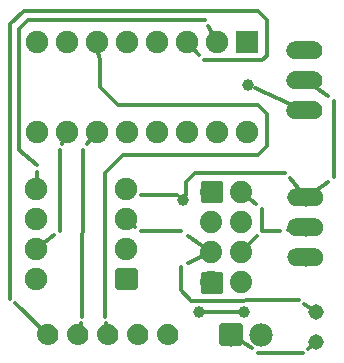
<source format=gbl>
G04 MADE WITH FRITZING*
G04 WWW.FRITZING.ORG*
G04 DOUBLE SIDED*
G04 HOLES PLATED*
G04 CONTOUR ON CENTER OF CONTOUR VECTOR*
%ASAXBY*%
%FSLAX23Y23*%
%MOIN*%
%OFA0B0*%
%SFA1.0B1.0*%
%ADD10C,0.078000*%
%ADD11C,0.039370*%
%ADD12C,0.060000*%
%ADD13C,0.051496*%
%ADD14C,0.075000*%
%ADD15C,0.074472*%
%ADD16C,0.070000*%
%ADD17R,0.075000X0.075000*%
%ADD18C,0.012000*%
%ADD19C,0.020000*%
%ADD20C,0.017108*%
%ADD21R,0.001000X0.001000*%
%LNCOPPER0*%
G90*
G70*
G54D10*
X769Y91D03*
X869Y91D03*
G54D11*
X814Y166D03*
X663Y166D03*
G54D12*
X1019Y547D03*
X1019Y447D03*
X1019Y347D03*
X1016Y1038D03*
X1016Y938D03*
X1016Y838D03*
G54D11*
X611Y539D03*
X827Y923D03*
G54D13*
X1054Y166D03*
X1054Y66D03*
G54D14*
X421Y277D03*
X121Y277D03*
X421Y377D03*
X121Y377D03*
X421Y477D03*
X121Y477D03*
X421Y577D03*
X121Y577D03*
G54D15*
X703Y265D03*
X803Y265D03*
X703Y365D03*
X803Y365D03*
X703Y466D03*
X803Y466D03*
X703Y567D03*
X803Y567D03*
G54D16*
X559Y91D03*
X459Y91D03*
X359Y91D03*
X259Y91D03*
X159Y91D03*
G54D14*
X823Y1067D03*
X823Y767D03*
X723Y1067D03*
X723Y767D03*
X623Y1067D03*
X623Y767D03*
X523Y1067D03*
X523Y767D03*
X423Y1067D03*
X423Y767D03*
X323Y1067D03*
X323Y767D03*
X223Y1067D03*
X223Y767D03*
X123Y1067D03*
X123Y767D03*
G54D17*
X823Y1067D03*
G54D18*
X839Y45D02*
X769Y91D01*
D02*
X1009Y31D02*
X859Y31D01*
D02*
X1054Y66D02*
X1026Y44D01*
D02*
X613Y544D02*
X611Y539D01*
D02*
X619Y601D02*
X619Y556D01*
D02*
X949Y631D02*
X649Y630D01*
D02*
X649Y630D02*
X619Y601D01*
D02*
X1019Y547D02*
X965Y612D01*
D02*
X1093Y601D02*
X1019Y547D01*
D02*
X1114Y870D02*
X1114Y616D01*
D02*
X1016Y938D02*
X1093Y885D01*
D02*
X677Y166D02*
X800Y166D01*
D02*
X323Y767D02*
X289Y725D01*
D02*
X269Y130D02*
X259Y91D01*
D02*
X275Y707D02*
X274Y150D01*
D02*
X198Y705D02*
X198Y435D01*
D02*
X223Y767D02*
X207Y727D01*
D02*
X180Y422D02*
X121Y377D01*
D02*
X803Y567D02*
X854Y526D01*
D02*
X874Y510D02*
X874Y436D01*
D02*
X856Y418D02*
X803Y365D01*
D02*
X934Y436D02*
X874Y436D01*
D02*
X1019Y447D02*
X959Y439D01*
D02*
X323Y1067D02*
X323Y1066D01*
D02*
X334Y916D02*
X394Y856D01*
D02*
X334Y1006D02*
X334Y916D01*
D02*
X394Y856D02*
X858Y856D01*
D02*
X323Y1043D02*
X334Y1006D01*
D02*
X889Y826D02*
X889Y721D01*
D02*
X858Y856D02*
X889Y826D01*
D02*
X858Y690D02*
X409Y691D01*
D02*
X889Y721D02*
X858Y690D01*
D02*
X352Y130D02*
X359Y91D01*
D02*
X349Y631D02*
X349Y150D01*
D02*
X409Y691D02*
X349Y631D01*
D02*
X468Y436D02*
X604Y436D01*
D02*
X625Y421D02*
X703Y365D01*
D02*
X421Y477D02*
X451Y451D01*
D02*
X1054Y166D02*
X1013Y193D01*
D02*
X636Y204D02*
X604Y241D01*
D02*
X996Y205D02*
X636Y204D01*
D02*
X604Y241D02*
X604Y316D01*
D02*
X627Y328D02*
X703Y365D01*
D02*
X468Y556D02*
X589Y556D01*
D02*
X600Y548D02*
X611Y539D01*
D02*
X421Y577D02*
X447Y565D01*
D02*
X121Y577D02*
X123Y632D01*
D02*
X123Y655D02*
X63Y706D01*
D02*
X64Y1111D02*
X93Y1140D01*
D02*
X63Y706D02*
X64Y1111D01*
D02*
X93Y1140D02*
X683Y1139D01*
D02*
X694Y1119D02*
X723Y1067D01*
D02*
X623Y1067D02*
X664Y1023D01*
D02*
X874Y1005D02*
X889Y1021D01*
D02*
X679Y1006D02*
X874Y1005D01*
D02*
X889Y1140D02*
X858Y1171D01*
D02*
X889Y1021D02*
X889Y1140D01*
D02*
X858Y1171D02*
X79Y1171D01*
D02*
X33Y1126D02*
X34Y210D01*
D02*
X79Y1171D02*
X33Y1126D01*
D02*
X48Y196D02*
X159Y91D01*
D02*
X850Y913D02*
X1003Y843D01*
G54D19*
X740Y120D02*
X798Y120D01*
X798Y62D01*
X740Y62D01*
X740Y120D01*
D02*
X393Y249D02*
X393Y304D01*
X448Y304D01*
X448Y249D01*
X393Y249D01*
D02*
G54D20*
X675Y293D02*
X732Y293D01*
X732Y236D01*
X675Y236D01*
X675Y293D01*
D02*
X675Y595D02*
X732Y595D01*
X732Y538D01*
X675Y538D01*
X675Y595D01*
D02*
G54D21*
X979Y1068D02*
X1050Y1068D01*
X975Y1067D02*
X1054Y1067D01*
X973Y1066D02*
X1056Y1066D01*
X971Y1065D02*
X1058Y1065D01*
X969Y1064D02*
X1060Y1064D01*
X967Y1063D02*
X1061Y1063D01*
X966Y1062D02*
X1063Y1062D01*
X965Y1061D02*
X1064Y1061D01*
X964Y1060D02*
X1065Y1060D01*
X963Y1059D02*
X1066Y1059D01*
X962Y1058D02*
X1009Y1058D01*
X1020Y1058D02*
X1067Y1058D01*
X961Y1057D02*
X1006Y1057D01*
X1023Y1057D02*
X1068Y1057D01*
X961Y1056D02*
X1004Y1056D01*
X1025Y1056D02*
X1068Y1056D01*
X960Y1055D02*
X1002Y1055D01*
X1026Y1055D02*
X1069Y1055D01*
X959Y1054D02*
X1001Y1054D01*
X1028Y1054D02*
X1070Y1054D01*
X959Y1053D02*
X1000Y1053D01*
X1029Y1053D02*
X1070Y1053D01*
X958Y1052D02*
X999Y1052D01*
X1030Y1052D02*
X1071Y1052D01*
X958Y1051D02*
X998Y1051D01*
X1031Y1051D02*
X1071Y1051D01*
X957Y1050D02*
X998Y1050D01*
X1031Y1050D02*
X1072Y1050D01*
X957Y1049D02*
X997Y1049D01*
X1032Y1049D02*
X1072Y1049D01*
X956Y1048D02*
X996Y1048D01*
X1033Y1048D02*
X1072Y1048D01*
X956Y1047D02*
X996Y1047D01*
X1033Y1047D02*
X1073Y1047D01*
X956Y1046D02*
X995Y1046D01*
X1034Y1046D02*
X1073Y1046D01*
X956Y1045D02*
X995Y1045D01*
X1034Y1045D02*
X1073Y1045D01*
X955Y1044D02*
X995Y1044D01*
X1034Y1044D02*
X1073Y1044D01*
X955Y1043D02*
X994Y1043D01*
X1034Y1043D02*
X1074Y1043D01*
X955Y1042D02*
X994Y1042D01*
X1035Y1042D02*
X1074Y1042D01*
X955Y1041D02*
X994Y1041D01*
X1035Y1041D02*
X1074Y1041D01*
X955Y1040D02*
X994Y1040D01*
X1035Y1040D02*
X1074Y1040D01*
X955Y1039D02*
X994Y1039D01*
X1035Y1039D02*
X1074Y1039D01*
X955Y1038D02*
X994Y1038D01*
X1035Y1038D02*
X1074Y1038D01*
X955Y1037D02*
X994Y1037D01*
X1035Y1037D02*
X1074Y1037D01*
X955Y1036D02*
X994Y1036D01*
X1035Y1036D02*
X1074Y1036D01*
X955Y1035D02*
X994Y1035D01*
X1035Y1035D02*
X1074Y1035D01*
X955Y1034D02*
X995Y1034D01*
X1034Y1034D02*
X1074Y1034D01*
X956Y1033D02*
X995Y1033D01*
X1034Y1033D02*
X1073Y1033D01*
X956Y1032D02*
X995Y1032D01*
X1034Y1032D02*
X1073Y1032D01*
X956Y1031D02*
X996Y1031D01*
X1033Y1031D02*
X1073Y1031D01*
X956Y1030D02*
X996Y1030D01*
X1033Y1030D02*
X1073Y1030D01*
X957Y1029D02*
X997Y1029D01*
X1032Y1029D02*
X1072Y1029D01*
X957Y1028D02*
X997Y1028D01*
X1032Y1028D02*
X1072Y1028D01*
X957Y1027D02*
X998Y1027D01*
X1031Y1027D02*
X1072Y1027D01*
X958Y1026D02*
X999Y1026D01*
X1030Y1026D02*
X1071Y1026D01*
X958Y1025D02*
X999Y1025D01*
X1029Y1025D02*
X1071Y1025D01*
X959Y1024D02*
X1000Y1024D01*
X1028Y1024D02*
X1070Y1024D01*
X959Y1023D02*
X1002Y1023D01*
X1027Y1023D02*
X1069Y1023D01*
X960Y1022D02*
X1003Y1022D01*
X1026Y1022D02*
X1069Y1022D01*
X961Y1021D02*
X1005Y1021D01*
X1024Y1021D02*
X1068Y1021D01*
X962Y1020D02*
X1007Y1020D01*
X1022Y1020D02*
X1067Y1020D01*
X962Y1019D02*
X1011Y1019D01*
X1018Y1019D02*
X1067Y1019D01*
X963Y1018D02*
X1066Y1018D01*
X964Y1017D02*
X1065Y1017D01*
X965Y1016D02*
X1063Y1016D01*
X967Y1015D02*
X1062Y1015D01*
X968Y1014D02*
X1061Y1014D01*
X970Y1013D02*
X1059Y1013D01*
X971Y1012D02*
X1058Y1012D01*
X973Y1011D02*
X1055Y1011D01*
X976Y1010D02*
X1053Y1010D01*
X981Y1009D02*
X1048Y1009D01*
X978Y968D02*
X1050Y968D01*
X975Y967D02*
X1054Y967D01*
X973Y966D02*
X1056Y966D01*
X971Y965D02*
X1058Y965D01*
X969Y964D02*
X1060Y964D01*
X967Y963D02*
X1062Y963D01*
X966Y962D02*
X1063Y962D01*
X965Y961D02*
X1064Y961D01*
X964Y960D02*
X1065Y960D01*
X963Y959D02*
X1066Y959D01*
X962Y958D02*
X1009Y958D01*
X1020Y958D02*
X1067Y958D01*
X961Y957D02*
X1006Y957D01*
X1023Y957D02*
X1068Y957D01*
X960Y956D02*
X1004Y956D01*
X1025Y956D02*
X1068Y956D01*
X960Y955D02*
X1002Y955D01*
X1026Y955D02*
X1069Y955D01*
X959Y954D02*
X1001Y954D01*
X1028Y954D02*
X1070Y954D01*
X959Y953D02*
X1000Y953D01*
X1029Y953D02*
X1070Y953D01*
X958Y952D02*
X999Y952D01*
X1030Y952D02*
X1071Y952D01*
X958Y951D02*
X998Y951D01*
X1031Y951D02*
X1071Y951D01*
X957Y950D02*
X997Y950D01*
X1031Y950D02*
X1072Y950D01*
X957Y949D02*
X997Y949D01*
X1032Y949D02*
X1072Y949D01*
X956Y948D02*
X996Y948D01*
X1033Y948D02*
X1072Y948D01*
X956Y947D02*
X996Y947D01*
X1033Y947D02*
X1073Y947D01*
X956Y946D02*
X995Y946D01*
X1034Y946D02*
X1073Y946D01*
X956Y945D02*
X995Y945D01*
X1034Y945D02*
X1073Y945D01*
X955Y944D02*
X995Y944D01*
X1034Y944D02*
X1073Y944D01*
X955Y943D02*
X994Y943D01*
X1034Y943D02*
X1074Y943D01*
X955Y942D02*
X994Y942D01*
X1035Y942D02*
X1074Y942D01*
X955Y941D02*
X994Y941D01*
X1035Y941D02*
X1074Y941D01*
X955Y940D02*
X994Y940D01*
X1035Y940D02*
X1074Y940D01*
X955Y939D02*
X994Y939D01*
X1035Y939D02*
X1074Y939D01*
X955Y938D02*
X994Y938D01*
X1035Y938D02*
X1074Y938D01*
X955Y937D02*
X994Y937D01*
X1035Y937D02*
X1074Y937D01*
X955Y936D02*
X994Y936D01*
X1035Y936D02*
X1074Y936D01*
X955Y935D02*
X994Y935D01*
X1035Y935D02*
X1074Y935D01*
X955Y934D02*
X995Y934D01*
X1034Y934D02*
X1074Y934D01*
X956Y933D02*
X995Y933D01*
X1034Y933D02*
X1073Y933D01*
X956Y932D02*
X995Y932D01*
X1034Y932D02*
X1073Y932D01*
X956Y931D02*
X996Y931D01*
X1033Y931D02*
X1073Y931D01*
X956Y930D02*
X996Y930D01*
X1033Y930D02*
X1073Y930D01*
X957Y929D02*
X997Y929D01*
X1032Y929D02*
X1072Y929D01*
X957Y928D02*
X997Y928D01*
X1032Y928D02*
X1072Y928D01*
X957Y927D02*
X998Y927D01*
X1031Y927D02*
X1072Y927D01*
X958Y926D02*
X999Y926D01*
X1030Y926D02*
X1071Y926D01*
X958Y925D02*
X1000Y925D01*
X1029Y925D02*
X1071Y925D01*
X959Y924D02*
X1001Y924D01*
X1028Y924D02*
X1070Y924D01*
X960Y923D02*
X1002Y923D01*
X1027Y923D02*
X1069Y923D01*
X960Y922D02*
X1003Y922D01*
X1026Y922D02*
X1069Y922D01*
X961Y921D02*
X1005Y921D01*
X1024Y921D02*
X1068Y921D01*
X962Y920D02*
X1007Y920D01*
X1022Y920D02*
X1067Y920D01*
X962Y919D02*
X1012Y919D01*
X1017Y919D02*
X1066Y919D01*
X963Y918D02*
X1066Y918D01*
X964Y917D02*
X1065Y917D01*
X965Y916D02*
X1063Y916D01*
X967Y915D02*
X1062Y915D01*
X968Y914D02*
X1061Y914D01*
X970Y913D02*
X1059Y913D01*
X971Y912D02*
X1057Y912D01*
X974Y911D02*
X1055Y911D01*
X976Y910D02*
X1052Y910D01*
X981Y909D02*
X1048Y909D01*
X978Y868D02*
X1051Y868D01*
X975Y867D02*
X1054Y867D01*
X972Y866D02*
X1057Y866D01*
X970Y865D02*
X1059Y865D01*
X969Y864D02*
X1060Y864D01*
X967Y863D02*
X1062Y863D01*
X966Y862D02*
X1063Y862D01*
X965Y861D02*
X1064Y861D01*
X964Y860D02*
X1065Y860D01*
X963Y859D02*
X1066Y859D01*
X962Y858D02*
X1009Y858D01*
X1020Y858D02*
X1067Y858D01*
X961Y857D02*
X1006Y857D01*
X1023Y857D02*
X1068Y857D01*
X960Y856D02*
X1004Y856D01*
X1025Y856D02*
X1068Y856D01*
X960Y855D02*
X1002Y855D01*
X1027Y855D02*
X1069Y855D01*
X959Y854D02*
X1001Y854D01*
X1028Y854D02*
X1070Y854D01*
X959Y853D02*
X1000Y853D01*
X1029Y853D02*
X1070Y853D01*
X958Y852D02*
X999Y852D01*
X1030Y852D02*
X1071Y852D01*
X958Y851D02*
X998Y851D01*
X1031Y851D02*
X1071Y851D01*
X957Y850D02*
X997Y850D01*
X1031Y850D02*
X1072Y850D01*
X957Y849D02*
X997Y849D01*
X1032Y849D02*
X1072Y849D01*
X956Y848D02*
X996Y848D01*
X1033Y848D02*
X1072Y848D01*
X956Y847D02*
X996Y847D01*
X1033Y847D02*
X1073Y847D01*
X956Y846D02*
X995Y846D01*
X1034Y846D02*
X1073Y846D01*
X956Y845D02*
X995Y845D01*
X1034Y845D02*
X1073Y845D01*
X955Y844D02*
X995Y844D01*
X1034Y844D02*
X1073Y844D01*
X955Y843D02*
X994Y843D01*
X1034Y843D02*
X1074Y843D01*
X955Y842D02*
X994Y842D01*
X1035Y842D02*
X1074Y842D01*
X955Y841D02*
X994Y841D01*
X1035Y841D02*
X1074Y841D01*
X955Y840D02*
X994Y840D01*
X1035Y840D02*
X1074Y840D01*
X955Y839D02*
X994Y839D01*
X1035Y839D02*
X1074Y839D01*
X955Y838D02*
X994Y838D01*
X1035Y838D02*
X1074Y838D01*
X955Y837D02*
X994Y837D01*
X1035Y837D02*
X1074Y837D01*
X955Y836D02*
X994Y836D01*
X1035Y836D02*
X1074Y836D01*
X955Y835D02*
X994Y835D01*
X1035Y835D02*
X1074Y835D01*
X955Y834D02*
X995Y834D01*
X1034Y834D02*
X1073Y834D01*
X956Y833D02*
X995Y833D01*
X1034Y833D02*
X1073Y833D01*
X956Y832D02*
X995Y832D01*
X1034Y832D02*
X1073Y832D01*
X956Y831D02*
X996Y831D01*
X1033Y831D02*
X1073Y831D01*
X956Y830D02*
X996Y830D01*
X1033Y830D02*
X1073Y830D01*
X957Y829D02*
X997Y829D01*
X1032Y829D02*
X1072Y829D01*
X957Y828D02*
X997Y828D01*
X1032Y828D02*
X1072Y828D01*
X957Y827D02*
X998Y827D01*
X1031Y827D02*
X1071Y827D01*
X958Y826D02*
X999Y826D01*
X1030Y826D02*
X1071Y826D01*
X958Y825D02*
X1000Y825D01*
X1029Y825D02*
X1071Y825D01*
X959Y824D02*
X1001Y824D01*
X1028Y824D02*
X1070Y824D01*
X960Y823D02*
X1002Y823D01*
X1027Y823D02*
X1069Y823D01*
X960Y822D02*
X1003Y822D01*
X1026Y822D02*
X1069Y822D01*
X961Y821D02*
X1005Y821D01*
X1024Y821D02*
X1068Y821D01*
X962Y820D02*
X1007Y820D01*
X1021Y820D02*
X1067Y820D01*
X963Y819D02*
X1012Y819D01*
X1017Y819D02*
X1066Y819D01*
X963Y818D02*
X1065Y818D01*
X964Y817D02*
X1064Y817D01*
X966Y816D02*
X1063Y816D01*
X967Y815D02*
X1062Y815D01*
X968Y814D02*
X1061Y814D01*
X970Y813D02*
X1059Y813D01*
X972Y812D02*
X1057Y812D01*
X974Y811D02*
X1055Y811D01*
X977Y810D02*
X1052Y810D01*
X982Y809D02*
X1047Y809D01*
X983Y578D02*
X1052Y578D01*
X979Y577D02*
X1056Y577D01*
X976Y576D02*
X1059Y576D01*
X974Y575D02*
X1061Y575D01*
X973Y574D02*
X1063Y574D01*
X971Y573D02*
X1064Y573D01*
X970Y572D02*
X1066Y572D01*
X968Y571D02*
X1067Y571D01*
X967Y570D02*
X1068Y570D01*
X966Y569D02*
X1069Y569D01*
X966Y568D02*
X1013Y568D01*
X1022Y568D02*
X1070Y568D01*
X965Y567D02*
X1010Y567D01*
X1026Y567D02*
X1071Y567D01*
X964Y566D02*
X1008Y566D01*
X1028Y566D02*
X1072Y566D01*
X963Y565D02*
X1006Y565D01*
X1029Y565D02*
X1072Y565D01*
X963Y564D02*
X1005Y564D01*
X1031Y564D02*
X1073Y564D01*
X962Y563D02*
X1004Y563D01*
X1032Y563D02*
X1073Y563D01*
X962Y562D02*
X1003Y562D01*
X1033Y562D02*
X1074Y562D01*
X961Y561D02*
X1002Y561D01*
X1034Y561D02*
X1074Y561D01*
X961Y560D02*
X1001Y560D01*
X1035Y560D02*
X1075Y560D01*
X960Y559D02*
X1000Y559D01*
X1035Y559D02*
X1075Y559D01*
X960Y558D02*
X1000Y558D01*
X1036Y558D02*
X1076Y558D01*
X960Y557D02*
X999Y557D01*
X1036Y557D02*
X1076Y557D01*
X959Y556D02*
X999Y556D01*
X1037Y556D02*
X1076Y556D01*
X959Y555D02*
X998Y555D01*
X1037Y555D02*
X1076Y555D01*
X959Y554D02*
X998Y554D01*
X1037Y554D02*
X1077Y554D01*
X959Y553D02*
X998Y553D01*
X1038Y553D02*
X1077Y553D01*
X958Y552D02*
X998Y552D01*
X1038Y552D02*
X1077Y552D01*
X958Y551D02*
X998Y551D01*
X1038Y551D02*
X1077Y551D01*
X958Y550D02*
X997Y550D01*
X1038Y550D02*
X1077Y550D01*
X958Y549D02*
X997Y549D01*
X1038Y549D02*
X1077Y549D01*
X958Y548D02*
X997Y548D01*
X1038Y548D02*
X1077Y548D01*
X958Y547D02*
X997Y547D01*
X1038Y547D02*
X1077Y547D01*
X958Y546D02*
X998Y546D01*
X1038Y546D02*
X1077Y546D01*
X958Y545D02*
X998Y545D01*
X1038Y545D02*
X1077Y545D01*
X959Y544D02*
X998Y544D01*
X1038Y544D02*
X1077Y544D01*
X959Y543D02*
X998Y543D01*
X1037Y543D02*
X1077Y543D01*
X959Y542D02*
X998Y542D01*
X1037Y542D02*
X1076Y542D01*
X959Y541D02*
X999Y541D01*
X1037Y541D02*
X1076Y541D01*
X960Y540D02*
X999Y540D01*
X1036Y540D02*
X1076Y540D01*
X960Y539D02*
X1000Y539D01*
X1036Y539D02*
X1076Y539D01*
X960Y538D02*
X1000Y538D01*
X1035Y538D02*
X1075Y538D01*
X961Y537D02*
X1001Y537D01*
X1035Y537D02*
X1075Y537D01*
X961Y536D02*
X1002Y536D01*
X1034Y536D02*
X1074Y536D01*
X962Y535D02*
X1003Y535D01*
X1033Y535D02*
X1074Y535D01*
X962Y534D02*
X1004Y534D01*
X1032Y534D02*
X1073Y534D01*
X963Y533D02*
X1005Y533D01*
X1031Y533D02*
X1073Y533D01*
X963Y532D02*
X1006Y532D01*
X1029Y532D02*
X1072Y532D01*
X964Y531D02*
X1008Y531D01*
X1028Y531D02*
X1072Y531D01*
X965Y530D02*
X1010Y530D01*
X1026Y530D02*
X1071Y530D01*
X966Y529D02*
X1013Y529D01*
X1022Y529D02*
X1070Y529D01*
X966Y528D02*
X1069Y528D01*
X967Y527D02*
X1068Y527D01*
X968Y526D02*
X1067Y526D01*
X970Y525D02*
X1066Y525D01*
X971Y524D02*
X1064Y524D01*
X973Y523D02*
X1063Y523D01*
X974Y522D02*
X1061Y522D01*
X976Y521D02*
X1059Y521D01*
X979Y520D02*
X1057Y520D01*
X983Y519D02*
X1052Y519D01*
X983Y478D02*
X1053Y478D01*
X979Y477D02*
X1057Y477D01*
X976Y476D02*
X1059Y476D01*
X974Y475D02*
X1061Y475D01*
X972Y474D02*
X1063Y474D01*
X971Y473D02*
X1065Y473D01*
X970Y472D02*
X1066Y472D01*
X968Y471D02*
X1067Y471D01*
X967Y470D02*
X1068Y470D01*
X966Y469D02*
X1069Y469D01*
X965Y468D02*
X1013Y468D01*
X1023Y468D02*
X1070Y468D01*
X965Y467D02*
X1010Y467D01*
X1026Y467D02*
X1071Y467D01*
X964Y466D02*
X1008Y466D01*
X1028Y466D02*
X1072Y466D01*
X963Y465D02*
X1006Y465D01*
X1030Y465D02*
X1072Y465D01*
X963Y464D02*
X1005Y464D01*
X1031Y464D02*
X1073Y464D01*
X962Y463D02*
X1003Y463D01*
X1032Y463D02*
X1073Y463D01*
X961Y462D02*
X1003Y462D01*
X1033Y462D02*
X1074Y462D01*
X961Y461D02*
X1002Y461D01*
X1034Y461D02*
X1074Y461D01*
X961Y460D02*
X1001Y460D01*
X1035Y460D02*
X1075Y460D01*
X960Y459D02*
X1000Y459D01*
X1035Y459D02*
X1075Y459D01*
X960Y458D02*
X1000Y458D01*
X1036Y458D02*
X1076Y458D01*
X960Y457D02*
X999Y457D01*
X1036Y457D02*
X1076Y457D01*
X959Y456D02*
X999Y456D01*
X1037Y456D02*
X1076Y456D01*
X959Y455D02*
X998Y455D01*
X1037Y455D02*
X1076Y455D01*
X959Y454D02*
X998Y454D01*
X1037Y454D02*
X1077Y454D01*
X959Y453D02*
X998Y453D01*
X1038Y453D02*
X1077Y453D01*
X958Y452D02*
X998Y452D01*
X1038Y452D02*
X1077Y452D01*
X958Y451D02*
X997Y451D01*
X1038Y451D02*
X1077Y451D01*
X958Y450D02*
X997Y450D01*
X1038Y450D02*
X1077Y450D01*
X958Y449D02*
X997Y449D01*
X1038Y449D02*
X1077Y449D01*
X958Y448D02*
X997Y448D01*
X1038Y448D02*
X1077Y448D01*
X958Y447D02*
X997Y447D01*
X1038Y447D02*
X1077Y447D01*
X958Y446D02*
X998Y446D01*
X1038Y446D02*
X1077Y446D01*
X959Y445D02*
X998Y445D01*
X1038Y445D02*
X1077Y445D01*
X959Y444D02*
X998Y444D01*
X1038Y444D02*
X1077Y444D01*
X959Y443D02*
X998Y443D01*
X1037Y443D02*
X1077Y443D01*
X959Y442D02*
X998Y442D01*
X1037Y442D02*
X1076Y442D01*
X959Y441D02*
X999Y441D01*
X1037Y441D02*
X1076Y441D01*
X960Y440D02*
X999Y440D01*
X1036Y440D02*
X1076Y440D01*
X960Y439D02*
X1000Y439D01*
X1036Y439D02*
X1076Y439D01*
X960Y438D02*
X1000Y438D01*
X1035Y438D02*
X1075Y438D01*
X961Y437D02*
X1001Y437D01*
X1034Y437D02*
X1075Y437D01*
X961Y436D02*
X1002Y436D01*
X1034Y436D02*
X1074Y436D01*
X962Y435D02*
X1003Y435D01*
X1033Y435D02*
X1074Y435D01*
X962Y434D02*
X1004Y434D01*
X1032Y434D02*
X1073Y434D01*
X963Y433D02*
X1005Y433D01*
X1031Y433D02*
X1073Y433D01*
X963Y432D02*
X1006Y432D01*
X1029Y432D02*
X1072Y432D01*
X964Y431D02*
X1008Y431D01*
X1028Y431D02*
X1071Y431D01*
X965Y430D02*
X1010Y430D01*
X1026Y430D02*
X1071Y430D01*
X966Y429D02*
X1013Y429D01*
X1022Y429D02*
X1070Y429D01*
X966Y428D02*
X1069Y428D01*
X967Y427D02*
X1068Y427D01*
X969Y426D02*
X1067Y426D01*
X970Y425D02*
X1066Y425D01*
X971Y424D02*
X1064Y424D01*
X973Y423D02*
X1063Y423D01*
X974Y422D02*
X1061Y422D01*
X976Y421D02*
X1059Y421D01*
X979Y420D02*
X1056Y420D01*
X983Y419D02*
X1052Y419D01*
X982Y378D02*
X1053Y378D01*
X979Y377D02*
X1057Y377D01*
X976Y376D02*
X1059Y376D01*
X974Y375D02*
X1061Y375D01*
X972Y374D02*
X1063Y374D01*
X971Y373D02*
X1065Y373D01*
X970Y372D02*
X1066Y372D01*
X968Y371D02*
X1067Y371D01*
X967Y370D02*
X1068Y370D01*
X966Y369D02*
X1069Y369D01*
X965Y368D02*
X1013Y368D01*
X1023Y368D02*
X1070Y368D01*
X965Y367D02*
X1009Y367D01*
X1026Y367D02*
X1071Y367D01*
X964Y366D02*
X1008Y366D01*
X1028Y366D02*
X1072Y366D01*
X963Y365D02*
X1006Y365D01*
X1030Y365D02*
X1072Y365D01*
X963Y364D02*
X1005Y364D01*
X1031Y364D02*
X1073Y364D01*
X962Y363D02*
X1003Y363D01*
X1032Y363D02*
X1074Y363D01*
X961Y362D02*
X1002Y362D01*
X1033Y362D02*
X1074Y362D01*
X961Y361D02*
X1002Y361D01*
X1034Y361D02*
X1074Y361D01*
X961Y360D02*
X1001Y360D01*
X1035Y360D02*
X1075Y360D01*
X960Y359D02*
X1000Y359D01*
X1035Y359D02*
X1075Y359D01*
X960Y358D02*
X1000Y358D01*
X1036Y358D02*
X1076Y358D01*
X959Y357D02*
X999Y357D01*
X1036Y357D02*
X1076Y357D01*
X959Y356D02*
X999Y356D01*
X1037Y356D02*
X1076Y356D01*
X959Y355D02*
X998Y355D01*
X1037Y355D02*
X1076Y355D01*
X959Y354D02*
X998Y354D01*
X1037Y354D02*
X1077Y354D01*
X959Y353D02*
X998Y353D01*
X1038Y353D02*
X1077Y353D01*
X958Y352D02*
X998Y352D01*
X1038Y352D02*
X1077Y352D01*
X958Y351D02*
X997Y351D01*
X1038Y351D02*
X1077Y351D01*
X958Y350D02*
X997Y350D01*
X1038Y350D02*
X1077Y350D01*
X958Y349D02*
X997Y349D01*
X1038Y349D02*
X1077Y349D01*
X958Y348D02*
X997Y348D01*
X1038Y348D02*
X1077Y348D01*
X958Y347D02*
X997Y347D01*
X1038Y347D02*
X1077Y347D01*
X958Y346D02*
X998Y346D01*
X1038Y346D02*
X1077Y346D01*
X959Y345D02*
X998Y345D01*
X1038Y345D02*
X1077Y345D01*
X959Y344D02*
X998Y344D01*
X1038Y344D02*
X1077Y344D01*
X959Y343D02*
X998Y343D01*
X1037Y343D02*
X1077Y343D01*
X959Y342D02*
X998Y342D01*
X1037Y342D02*
X1076Y342D01*
X959Y341D02*
X999Y341D01*
X1037Y341D02*
X1076Y341D01*
X960Y340D02*
X999Y340D01*
X1036Y340D02*
X1076Y340D01*
X960Y339D02*
X1000Y339D01*
X1036Y339D02*
X1076Y339D01*
X960Y338D02*
X1000Y338D01*
X1035Y338D02*
X1075Y338D01*
X961Y337D02*
X1001Y337D01*
X1034Y337D02*
X1075Y337D01*
X961Y336D02*
X1002Y336D01*
X1034Y336D02*
X1074Y336D01*
X962Y335D02*
X1003Y335D01*
X1033Y335D02*
X1074Y335D01*
X962Y334D02*
X1004Y334D01*
X1032Y334D02*
X1073Y334D01*
X963Y333D02*
X1005Y333D01*
X1031Y333D02*
X1073Y333D01*
X963Y332D02*
X1006Y332D01*
X1029Y332D02*
X1072Y332D01*
X964Y331D02*
X1008Y331D01*
X1027Y331D02*
X1071Y331D01*
X965Y330D02*
X1010Y330D01*
X1025Y330D02*
X1071Y330D01*
X966Y329D02*
X1014Y329D01*
X1022Y329D02*
X1070Y329D01*
X967Y328D02*
X1069Y328D01*
X968Y327D02*
X1068Y327D01*
X969Y326D02*
X1067Y326D01*
X970Y325D02*
X1066Y325D01*
X971Y324D02*
X1064Y324D01*
X973Y323D02*
X1063Y323D01*
X974Y322D02*
X1061Y322D01*
X977Y321D02*
X1059Y321D01*
X979Y320D02*
X1056Y320D01*
X984Y319D02*
X1052Y319D01*
X157Y127D02*
X160Y127D01*
X256Y127D02*
X260Y127D01*
X356Y127D02*
X360Y127D01*
X456Y127D02*
X460Y127D01*
X556Y127D02*
X559Y127D01*
X151Y126D02*
X166Y126D01*
X251Y126D02*
X265Y126D01*
X351Y126D02*
X365Y126D01*
X450Y126D02*
X465Y126D01*
X550Y126D02*
X565Y126D01*
X148Y125D02*
X169Y125D01*
X248Y125D02*
X269Y125D01*
X348Y125D02*
X368Y125D01*
X447Y125D02*
X468Y125D01*
X547Y125D02*
X568Y125D01*
X145Y124D02*
X171Y124D01*
X245Y124D02*
X271Y124D01*
X345Y124D02*
X371Y124D01*
X445Y124D02*
X471Y124D01*
X545Y124D02*
X571Y124D01*
X143Y123D02*
X173Y123D01*
X243Y123D02*
X273Y123D01*
X343Y123D02*
X373Y123D01*
X443Y123D02*
X473Y123D01*
X543Y123D02*
X573Y123D01*
X142Y122D02*
X175Y122D01*
X242Y122D02*
X275Y122D01*
X341Y122D02*
X375Y122D01*
X441Y122D02*
X474Y122D01*
X541Y122D02*
X574Y122D01*
X140Y121D02*
X176Y121D01*
X240Y121D02*
X276Y121D01*
X340Y121D02*
X376Y121D01*
X440Y121D02*
X476Y121D01*
X540Y121D02*
X576Y121D01*
X139Y120D02*
X178Y120D01*
X239Y120D02*
X278Y120D01*
X339Y120D02*
X377Y120D01*
X438Y120D02*
X477Y120D01*
X538Y120D02*
X577Y120D01*
X137Y119D02*
X179Y119D01*
X237Y119D02*
X279Y119D01*
X337Y119D02*
X379Y119D01*
X437Y119D02*
X479Y119D01*
X537Y119D02*
X579Y119D01*
X136Y118D02*
X180Y118D01*
X236Y118D02*
X280Y118D01*
X336Y118D02*
X380Y118D01*
X436Y118D02*
X480Y118D01*
X536Y118D02*
X580Y118D01*
X135Y117D02*
X181Y117D01*
X235Y117D02*
X281Y117D01*
X335Y117D02*
X381Y117D01*
X435Y117D02*
X481Y117D01*
X535Y117D02*
X581Y117D01*
X134Y116D02*
X182Y116D01*
X234Y116D02*
X282Y116D01*
X334Y116D02*
X382Y116D01*
X434Y116D02*
X482Y116D01*
X534Y116D02*
X582Y116D01*
X133Y115D02*
X183Y115D01*
X233Y115D02*
X283Y115D01*
X333Y115D02*
X383Y115D01*
X433Y115D02*
X483Y115D01*
X533Y115D02*
X583Y115D01*
X132Y114D02*
X184Y114D01*
X232Y114D02*
X284Y114D01*
X332Y114D02*
X384Y114D01*
X432Y114D02*
X484Y114D01*
X532Y114D02*
X584Y114D01*
X131Y113D02*
X185Y113D01*
X231Y113D02*
X285Y113D01*
X331Y113D02*
X385Y113D01*
X431Y113D02*
X485Y113D01*
X531Y113D02*
X585Y113D01*
X131Y112D02*
X186Y112D01*
X231Y112D02*
X286Y112D01*
X331Y112D02*
X385Y112D01*
X430Y112D02*
X485Y112D01*
X530Y112D02*
X585Y112D01*
X130Y111D02*
X186Y111D01*
X230Y111D02*
X286Y111D01*
X330Y111D02*
X386Y111D01*
X430Y111D02*
X486Y111D01*
X530Y111D02*
X586Y111D01*
X129Y110D02*
X187Y110D01*
X229Y110D02*
X287Y110D01*
X329Y110D02*
X387Y110D01*
X429Y110D02*
X487Y110D01*
X529Y110D02*
X587Y110D01*
X129Y109D02*
X188Y109D01*
X229Y109D02*
X288Y109D01*
X329Y109D02*
X387Y109D01*
X428Y109D02*
X487Y109D01*
X528Y109D02*
X587Y109D01*
X128Y108D02*
X188Y108D01*
X228Y108D02*
X288Y108D01*
X328Y108D02*
X388Y108D01*
X428Y108D02*
X488Y108D01*
X528Y108D02*
X588Y108D01*
X128Y107D02*
X156Y107D01*
X161Y107D02*
X189Y107D01*
X227Y107D02*
X256Y107D01*
X260Y107D02*
X289Y107D01*
X327Y107D02*
X356Y107D01*
X360Y107D02*
X389Y107D01*
X427Y107D02*
X456Y107D01*
X460Y107D02*
X489Y107D01*
X527Y107D02*
X555Y107D01*
X560Y107D02*
X588Y107D01*
X127Y106D02*
X151Y106D01*
X165Y106D02*
X189Y106D01*
X227Y106D02*
X251Y106D01*
X265Y106D02*
X289Y106D01*
X327Y106D02*
X351Y106D01*
X365Y106D02*
X389Y106D01*
X427Y106D02*
X451Y106D01*
X465Y106D02*
X489Y106D01*
X527Y106D02*
X551Y106D01*
X565Y106D02*
X589Y106D01*
X127Y105D02*
X149Y105D01*
X167Y105D02*
X190Y105D01*
X226Y105D02*
X249Y105D01*
X267Y105D02*
X290Y105D01*
X326Y105D02*
X349Y105D01*
X367Y105D02*
X390Y105D01*
X426Y105D02*
X449Y105D01*
X467Y105D02*
X490Y105D01*
X526Y105D02*
X549Y105D01*
X567Y105D02*
X589Y105D01*
X126Y104D02*
X147Y104D01*
X169Y104D02*
X190Y104D01*
X226Y104D02*
X247Y104D01*
X269Y104D02*
X290Y104D01*
X326Y104D02*
X347Y104D01*
X369Y104D02*
X390Y104D01*
X426Y104D02*
X447Y104D01*
X469Y104D02*
X490Y104D01*
X526Y104D02*
X547Y104D01*
X569Y104D02*
X590Y104D01*
X126Y103D02*
X146Y103D01*
X170Y103D02*
X191Y103D01*
X226Y103D02*
X246Y103D01*
X270Y103D02*
X290Y103D01*
X326Y103D02*
X346Y103D01*
X370Y103D02*
X390Y103D01*
X426Y103D02*
X446Y103D01*
X470Y103D02*
X490Y103D01*
X525Y103D02*
X546Y103D01*
X570Y103D02*
X590Y103D01*
X125Y102D02*
X146Y102D01*
X171Y102D02*
X191Y102D01*
X225Y102D02*
X245Y102D01*
X271Y102D02*
X291Y102D01*
X325Y102D02*
X345Y102D01*
X371Y102D02*
X391Y102D01*
X425Y102D02*
X445Y102D01*
X471Y102D02*
X491Y102D01*
X525Y102D02*
X545Y102D01*
X570Y102D02*
X591Y102D01*
X125Y101D02*
X145Y101D01*
X171Y101D02*
X191Y101D01*
X225Y101D02*
X245Y101D01*
X271Y101D02*
X291Y101D01*
X325Y101D02*
X345Y101D01*
X371Y101D02*
X391Y101D01*
X425Y101D02*
X445Y101D01*
X471Y101D02*
X491Y101D01*
X525Y101D02*
X545Y101D01*
X571Y101D02*
X591Y101D01*
X125Y100D02*
X144Y100D01*
X172Y100D02*
X192Y100D01*
X225Y100D02*
X244Y100D01*
X272Y100D02*
X291Y100D01*
X325Y100D02*
X344Y100D01*
X372Y100D02*
X391Y100D01*
X425Y100D02*
X444Y100D01*
X472Y100D02*
X491Y100D01*
X524Y100D02*
X544Y100D01*
X572Y100D02*
X591Y100D01*
X124Y99D02*
X144Y99D01*
X172Y99D02*
X192Y99D01*
X224Y99D02*
X244Y99D01*
X272Y99D02*
X292Y99D01*
X324Y99D02*
X344Y99D01*
X372Y99D02*
X392Y99D01*
X424Y99D02*
X444Y99D01*
X472Y99D02*
X492Y99D01*
X524Y99D02*
X544Y99D01*
X572Y99D02*
X591Y99D01*
X124Y98D02*
X144Y98D01*
X173Y98D02*
X192Y98D01*
X224Y98D02*
X243Y98D01*
X273Y98D02*
X292Y98D01*
X324Y98D02*
X343Y98D01*
X373Y98D02*
X392Y98D01*
X424Y98D02*
X443Y98D01*
X473Y98D02*
X492Y98D01*
X524Y98D02*
X543Y98D01*
X572Y98D02*
X592Y98D01*
X124Y97D02*
X143Y97D01*
X173Y97D02*
X192Y97D01*
X224Y97D02*
X243Y97D01*
X273Y97D02*
X292Y97D01*
X324Y97D02*
X343Y97D01*
X373Y97D02*
X392Y97D01*
X424Y97D02*
X443Y97D01*
X473Y97D02*
X492Y97D01*
X524Y97D02*
X543Y97D01*
X573Y97D02*
X592Y97D01*
X124Y96D02*
X143Y96D01*
X173Y96D02*
X192Y96D01*
X224Y96D02*
X243Y96D01*
X273Y96D02*
X292Y96D01*
X324Y96D02*
X343Y96D01*
X373Y96D02*
X392Y96D01*
X424Y96D02*
X443Y96D01*
X473Y96D02*
X492Y96D01*
X524Y96D02*
X543Y96D01*
X573Y96D02*
X592Y96D01*
X124Y95D02*
X143Y95D01*
X173Y95D02*
X192Y95D01*
X224Y95D02*
X243Y95D01*
X273Y95D02*
X292Y95D01*
X324Y95D02*
X343Y95D01*
X373Y95D02*
X392Y95D01*
X424Y95D02*
X443Y95D01*
X473Y95D02*
X492Y95D01*
X524Y95D02*
X543Y95D01*
X573Y95D02*
X592Y95D01*
X124Y94D02*
X143Y94D01*
X173Y94D02*
X193Y94D01*
X224Y94D02*
X243Y94D01*
X273Y94D02*
X292Y94D01*
X324Y94D02*
X343Y94D01*
X373Y94D02*
X392Y94D01*
X424Y94D02*
X443Y94D01*
X473Y94D02*
X492Y94D01*
X523Y94D02*
X542Y94D01*
X573Y94D02*
X592Y94D01*
X124Y93D02*
X143Y93D01*
X174Y93D02*
X193Y93D01*
X224Y93D02*
X243Y93D01*
X273Y93D02*
X292Y93D01*
X324Y93D02*
X343Y93D01*
X373Y93D02*
X392Y93D01*
X423Y93D02*
X442Y93D01*
X473Y93D02*
X492Y93D01*
X523Y93D02*
X542Y93D01*
X573Y93D02*
X592Y93D01*
X124Y92D02*
X143Y92D01*
X174Y92D02*
X193Y92D01*
X224Y92D02*
X243Y92D01*
X274Y92D02*
X293Y92D01*
X324Y92D02*
X343Y92D01*
X373Y92D02*
X392Y92D01*
X423Y92D02*
X442Y92D01*
X473Y92D02*
X492Y92D01*
X523Y92D02*
X542Y92D01*
X573Y92D02*
X592Y92D01*
X124Y91D02*
X143Y91D01*
X174Y91D02*
X193Y91D01*
X224Y91D02*
X243Y91D01*
X273Y91D02*
X292Y91D01*
X324Y91D02*
X343Y91D01*
X373Y91D02*
X392Y91D01*
X424Y91D02*
X443Y91D01*
X473Y91D02*
X492Y91D01*
X523Y91D02*
X542Y91D01*
X573Y91D02*
X592Y91D01*
X124Y90D02*
X143Y90D01*
X173Y90D02*
X192Y90D01*
X224Y90D02*
X243Y90D01*
X273Y90D02*
X292Y90D01*
X324Y90D02*
X343Y90D01*
X373Y90D02*
X392Y90D01*
X424Y90D02*
X443Y90D01*
X473Y90D02*
X492Y90D01*
X523Y90D02*
X543Y90D01*
X573Y90D02*
X592Y90D01*
X124Y89D02*
X143Y89D01*
X173Y89D02*
X192Y89D01*
X224Y89D02*
X243Y89D01*
X273Y89D02*
X292Y89D01*
X324Y89D02*
X343Y89D01*
X373Y89D02*
X392Y89D01*
X424Y89D02*
X443Y89D01*
X473Y89D02*
X492Y89D01*
X524Y89D02*
X543Y89D01*
X573Y89D02*
X592Y89D01*
X124Y88D02*
X143Y88D01*
X173Y88D02*
X192Y88D01*
X224Y88D02*
X243Y88D01*
X273Y88D02*
X292Y88D01*
X324Y88D02*
X343Y88D01*
X373Y88D02*
X392Y88D01*
X424Y88D02*
X443Y88D01*
X473Y88D02*
X492Y88D01*
X524Y88D02*
X543Y88D01*
X573Y88D02*
X592Y88D01*
X124Y87D02*
X143Y87D01*
X173Y87D02*
X192Y87D01*
X224Y87D02*
X243Y87D01*
X273Y87D02*
X292Y87D01*
X324Y87D02*
X343Y87D01*
X373Y87D02*
X392Y87D01*
X424Y87D02*
X443Y87D01*
X473Y87D02*
X492Y87D01*
X524Y87D02*
X543Y87D01*
X573Y87D02*
X592Y87D01*
X124Y86D02*
X144Y86D01*
X173Y86D02*
X192Y86D01*
X224Y86D02*
X244Y86D01*
X273Y86D02*
X292Y86D01*
X324Y86D02*
X343Y86D01*
X373Y86D02*
X392Y86D01*
X424Y86D02*
X443Y86D01*
X472Y86D02*
X492Y86D01*
X524Y86D02*
X543Y86D01*
X572Y86D02*
X592Y86D01*
X125Y85D02*
X144Y85D01*
X172Y85D02*
X192Y85D01*
X224Y85D02*
X244Y85D01*
X272Y85D02*
X292Y85D01*
X324Y85D02*
X344Y85D01*
X372Y85D02*
X392Y85D01*
X424Y85D02*
X444Y85D01*
X472Y85D02*
X491Y85D01*
X524Y85D02*
X544Y85D01*
X572Y85D02*
X591Y85D01*
X125Y84D02*
X144Y84D01*
X172Y84D02*
X191Y84D01*
X225Y84D02*
X244Y84D01*
X272Y84D02*
X291Y84D01*
X325Y84D02*
X344Y84D01*
X372Y84D02*
X391Y84D01*
X425Y84D02*
X444Y84D01*
X472Y84D02*
X491Y84D01*
X525Y84D02*
X544Y84D01*
X572Y84D02*
X591Y84D01*
X125Y83D02*
X145Y83D01*
X171Y83D02*
X191Y83D01*
X225Y83D02*
X245Y83D01*
X271Y83D02*
X291Y83D01*
X325Y83D02*
X345Y83D01*
X371Y83D02*
X391Y83D01*
X425Y83D02*
X445Y83D01*
X471Y83D02*
X491Y83D01*
X525Y83D02*
X545Y83D01*
X571Y83D02*
X591Y83D01*
X125Y82D02*
X146Y82D01*
X171Y82D02*
X191Y82D01*
X225Y82D02*
X246Y82D01*
X270Y82D02*
X291Y82D01*
X325Y82D02*
X346Y82D01*
X370Y82D02*
X391Y82D01*
X425Y82D02*
X446Y82D01*
X470Y82D02*
X491Y82D01*
X525Y82D02*
X545Y82D01*
X570Y82D02*
X591Y82D01*
X126Y81D02*
X147Y81D01*
X170Y81D02*
X190Y81D01*
X226Y81D02*
X247Y81D01*
X270Y81D02*
X290Y81D01*
X326Y81D02*
X346Y81D01*
X370Y81D02*
X390Y81D01*
X426Y81D02*
X446Y81D01*
X469Y81D02*
X490Y81D01*
X526Y81D02*
X546Y81D01*
X569Y81D02*
X590Y81D01*
X126Y80D02*
X148Y80D01*
X168Y80D02*
X190Y80D01*
X226Y80D02*
X248Y80D01*
X268Y80D02*
X290Y80D01*
X326Y80D02*
X348Y80D01*
X368Y80D02*
X390Y80D01*
X426Y80D02*
X448Y80D01*
X468Y80D02*
X490Y80D01*
X526Y80D02*
X548Y80D01*
X568Y80D02*
X590Y80D01*
X127Y79D02*
X149Y79D01*
X167Y79D02*
X190Y79D01*
X227Y79D02*
X249Y79D01*
X267Y79D02*
X290Y79D01*
X327Y79D02*
X349Y79D01*
X367Y79D02*
X389Y79D01*
X426Y79D02*
X449Y79D01*
X467Y79D02*
X489Y79D01*
X526Y79D02*
X549Y79D01*
X567Y79D02*
X589Y79D01*
X127Y78D02*
X152Y78D01*
X164Y78D02*
X189Y78D01*
X227Y78D02*
X252Y78D01*
X264Y78D02*
X289Y78D01*
X327Y78D02*
X352Y78D01*
X364Y78D02*
X389Y78D01*
X427Y78D02*
X452Y78D01*
X464Y78D02*
X489Y78D01*
X527Y78D02*
X552Y78D01*
X564Y78D02*
X589Y78D01*
X128Y77D02*
X189Y77D01*
X228Y77D02*
X289Y77D01*
X328Y77D02*
X388Y77D01*
X427Y77D02*
X488Y77D01*
X527Y77D02*
X588Y77D01*
X128Y76D02*
X188Y76D01*
X228Y76D02*
X288Y76D01*
X328Y76D02*
X388Y76D01*
X428Y76D02*
X488Y76D01*
X528Y76D02*
X588Y76D01*
X129Y75D02*
X187Y75D01*
X229Y75D02*
X287Y75D01*
X329Y75D02*
X387Y75D01*
X429Y75D02*
X487Y75D01*
X529Y75D02*
X587Y75D01*
X129Y74D02*
X187Y74D01*
X229Y74D02*
X287Y74D01*
X329Y74D02*
X387Y74D01*
X429Y74D02*
X487Y74D01*
X529Y74D02*
X586Y74D01*
X130Y73D02*
X186Y73D01*
X230Y73D02*
X286Y73D01*
X330Y73D02*
X386Y73D01*
X430Y73D02*
X486Y73D01*
X530Y73D02*
X586Y73D01*
X131Y72D02*
X185Y72D01*
X231Y72D02*
X285Y72D01*
X331Y72D02*
X385Y72D01*
X431Y72D02*
X485Y72D01*
X531Y72D02*
X585Y72D01*
X132Y71D02*
X185Y71D01*
X232Y71D02*
X285Y71D01*
X332Y71D02*
X384Y71D01*
X431Y71D02*
X484Y71D01*
X531Y71D02*
X584Y71D01*
X133Y70D02*
X184Y70D01*
X232Y70D02*
X284Y70D01*
X332Y70D02*
X384Y70D01*
X432Y70D02*
X484Y70D01*
X532Y70D02*
X583Y70D01*
X133Y69D02*
X183Y69D01*
X233Y69D02*
X283Y69D01*
X333Y69D02*
X383Y69D01*
X433Y69D02*
X483Y69D01*
X533Y69D02*
X583Y69D01*
X134Y68D02*
X182Y68D01*
X234Y68D02*
X282Y68D01*
X334Y68D02*
X382Y68D01*
X434Y68D02*
X482Y68D01*
X534Y68D02*
X582Y68D01*
X135Y67D02*
X181Y67D01*
X235Y67D02*
X281Y67D01*
X335Y67D02*
X381Y67D01*
X435Y67D02*
X481Y67D01*
X535Y67D02*
X581Y67D01*
X137Y66D02*
X180Y66D01*
X236Y66D02*
X280Y66D01*
X336Y66D02*
X380Y66D01*
X436Y66D02*
X480Y66D01*
X536Y66D02*
X579Y66D01*
X138Y65D02*
X179Y65D01*
X238Y65D02*
X278Y65D01*
X338Y65D02*
X378Y65D01*
X438Y65D02*
X478Y65D01*
X537Y65D02*
X578Y65D01*
X139Y64D02*
X177Y64D01*
X239Y64D02*
X277Y64D01*
X339Y64D02*
X377Y64D01*
X439Y64D02*
X477Y64D01*
X539Y64D02*
X577Y64D01*
X140Y63D02*
X176Y63D01*
X240Y63D02*
X276Y63D01*
X340Y63D02*
X376Y63D01*
X440Y63D02*
X476Y63D01*
X540Y63D02*
X576Y63D01*
X142Y62D02*
X174Y62D01*
X242Y62D02*
X274Y62D01*
X342Y62D02*
X374Y62D01*
X442Y62D02*
X474Y62D01*
X542Y62D02*
X574Y62D01*
X144Y61D02*
X172Y61D01*
X244Y61D02*
X272Y61D01*
X344Y61D02*
X372Y61D01*
X444Y61D02*
X472Y61D01*
X544Y61D02*
X572Y61D01*
X146Y60D02*
X170Y60D01*
X246Y60D02*
X270Y60D01*
X346Y60D02*
X370Y60D01*
X446Y60D02*
X470Y60D01*
X546Y60D02*
X570Y60D01*
X148Y59D02*
X168Y59D01*
X248Y59D02*
X268Y59D01*
X348Y59D02*
X368Y59D01*
X448Y59D02*
X468Y59D01*
X548Y59D02*
X568Y59D01*
X152Y58D02*
X165Y58D01*
X252Y58D02*
X264Y58D01*
X352Y58D02*
X364Y58D01*
X452Y58D02*
X464Y58D01*
X551Y58D02*
X564Y58D01*
D02*
G04 End of Copper0*
M02*
</source>
